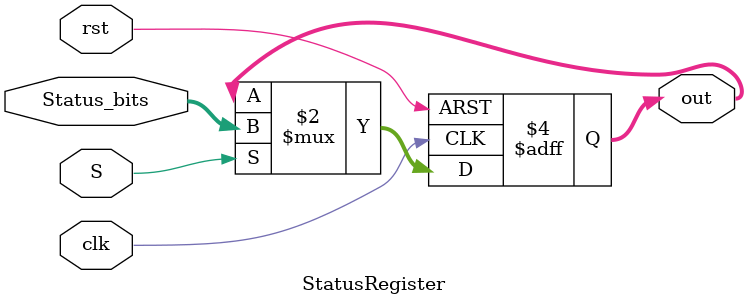
<source format=v>
`timescale 1ns/1ns
module StatusRegister(rst, clk, S, Status_bits, out);
  input rst, clk, S;
  input[3:0] Status_bits;
  output reg[3:0] out;
  
  always@(negedge clk, posedge rst) begin
    if(rst) out <= 4'b0;
    else if(S)
      out <= Status_bits;
  end
endmodule
</source>
